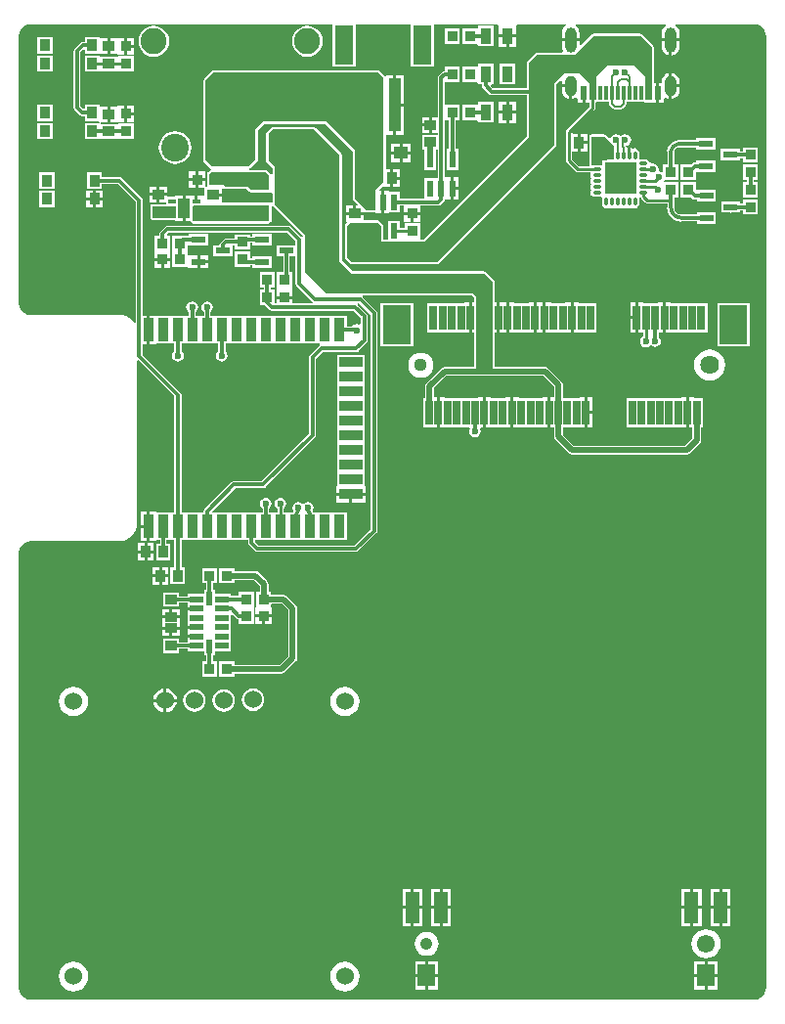
<source format=gtl>
G04*
G04 #@! TF.GenerationSoftware,Altium Limited,Altium Designer,22.0.2 (36)*
G04*
G04 Layer_Physical_Order=1*
G04 Layer_Color=255*
%FSLAX25Y25*%
%MOIN*%
G70*
G04*
G04 #@! TF.SameCoordinates,193994FF-6EAD-4761-9CDB-36F61985EFD9*
G04*
G04*
G04 #@! TF.FilePolarity,Positive*
G04*
G01*
G75*
%ADD10C,0.01000*%
%ADD11C,0.00984*%
%ADD12C,0.00787*%
%ADD54C,0.01378*%
%ADD55R,0.03543X0.03740*%
%ADD56R,0.03937X0.03347*%
%ADD57R,0.03347X0.03937*%
%ADD58R,0.05236X0.05236*%
%ADD59R,0.03543X0.07874*%
%ADD60R,0.07874X0.03543*%
%ADD61R,0.02500X0.08300*%
%ADD62R,0.09600X0.13200*%
%ADD63O,0.01102X0.03150*%
%ADD64O,0.03150X0.01102*%
%ADD65R,0.10630X0.10630*%
%ADD66R,0.03740X0.05512*%
%ADD67R,0.02559X0.01378*%
%ADD68R,0.04331X0.06693*%
%ADD69R,0.03740X0.03543*%
%ADD70R,0.04508X0.02165*%
%ADD71R,0.02165X0.04508*%
%ADD72R,0.05906X0.07480*%
%ADD73R,0.04724X0.10630*%
%ADD74R,0.02362X0.04724*%
%ADD75R,0.01181X0.04724*%
%ADD76R,0.02362X0.05512*%
%ADD77R,0.04409X0.04882*%
%ADD78R,0.04921X0.02362*%
%ADD79R,0.03543X0.03937*%
%ADD80R,0.04882X0.04409*%
%ADD81R,0.03937X0.18110*%
%ADD82R,0.06299X0.13386*%
%ADD83C,0.01181*%
%ADD84C,0.01968*%
%ADD85R,0.22736X0.22638*%
%ADD86C,0.06402*%
%ADD87C,0.04402*%
%ADD88C,0.06000*%
%ADD89C,0.09449*%
%ADD90C,0.08858*%
%ADD91C,0.04134*%
%ADD92C,0.06102*%
%ADD93O,0.03937X0.08661*%
%ADD94O,0.03937X0.07087*%
%ADD95C,0.02362*%
%ADD96C,0.02756*%
G36*
X252360Y345852D02*
X253346Y345443D01*
X254194Y344793D01*
X254844Y343946D01*
X255253Y342959D01*
X255391Y341908D01*
X255390Y341900D01*
X255390Y17605D01*
X255391Y17597D01*
X255253Y16546D01*
X254844Y15559D01*
X254194Y14712D01*
X253346Y14062D01*
X252360Y13653D01*
X251308Y13514D01*
X251301Y13516D01*
X4605D01*
X4597Y13514D01*
X3546Y13653D01*
X2559Y14062D01*
X1712Y14712D01*
X1061Y15559D01*
X653Y16546D01*
X514Y17597D01*
X516Y17605D01*
X516Y165170D01*
X516Y165669D01*
X576Y166144D01*
X653Y166728D01*
X1061Y167715D01*
X1712Y168562D01*
X2559Y169212D01*
X3546Y169621D01*
X4597Y169760D01*
X4605Y169758D01*
X34961D01*
Y169747D01*
X36116Y169861D01*
X37227Y170198D01*
X38251Y170745D01*
X39148Y171482D01*
X39885Y172379D01*
X40432Y173403D01*
X40769Y174514D01*
X40883Y175669D01*
X40872D01*
Y231183D01*
X41334Y231374D01*
X53570Y219139D01*
Y179554D01*
X47554D01*
Y179767D01*
X45282D01*
Y174829D01*
Y169893D01*
X47554D01*
Y170105D01*
X48652D01*
X48662Y170054D01*
X48670Y170042D01*
Y168849D01*
X47321D01*
Y163337D01*
X52242D01*
Y168849D01*
X50894D01*
Y170042D01*
X50902Y170054D01*
X50912Y170105D01*
X53570D01*
Y160756D01*
X52292D01*
Y155244D01*
X57213D01*
Y160756D01*
X55994D01*
Y170105D01*
X78670D01*
Y169234D01*
X78670Y169234D01*
X78755Y168808D01*
X78996Y168448D01*
X81071Y166373D01*
X81071Y166373D01*
X81431Y166132D01*
X81857Y166047D01*
X115486D01*
X115486Y166047D01*
X115911Y166132D01*
X116272Y166373D01*
X122438Y172539D01*
X122438Y172539D01*
X122679Y172899D01*
X122764Y173325D01*
X122764Y173325D01*
Y247443D01*
X122764Y247443D01*
X122679Y247868D01*
X122438Y248229D01*
X117814Y252853D01*
X117700Y252929D01*
X117851Y253429D01*
X154982D01*
X155662Y252750D01*
Y251033D01*
X155065D01*
Y245883D01*
Y240733D01*
X155662D01*
X155662Y229072D01*
X145669D01*
X145090Y228957D01*
X144599Y228629D01*
X144599Y228629D01*
X139481Y223511D01*
X139153Y223020D01*
X139038Y222441D01*
X139038Y222441D01*
Y218537D01*
X138355D01*
Y208663D01*
X141291D01*
Y208450D01*
X143041D01*
Y213600D01*
Y218750D01*
X142064D01*
Y221814D01*
X146296Y226046D01*
X157893D01*
X157893Y226046D01*
X157893Y226046D01*
X161003D01*
X161003Y226046D01*
X161004Y226046D01*
X179491D01*
X182973Y222564D01*
Y218750D01*
X181837D01*
Y213600D01*
Y208450D01*
X182973D01*
Y205376D01*
X182973Y205376D01*
X183088Y204797D01*
X183416Y204306D01*
X188005Y199717D01*
X188005Y199717D01*
X188496Y199389D01*
X189075Y199274D01*
X228445D01*
X228445Y199274D01*
X229024Y199389D01*
X229515Y199717D01*
X232800Y203003D01*
X232801Y203003D01*
X233128Y203494D01*
X233244Y204073D01*
Y208663D01*
X233768D01*
Y218537D01*
X230831D01*
Y218750D01*
X229081D01*
Y213600D01*
Y208450D01*
X230217D01*
Y204700D01*
X227818Y202301D01*
X189702D01*
X186000Y206003D01*
Y208663D01*
X191685D01*
Y208450D01*
X193435D01*
Y213600D01*
Y218750D01*
X191685D01*
Y218537D01*
X186000D01*
Y223191D01*
X186000Y223191D01*
X185884Y223770D01*
X185556Y224261D01*
X181188Y228629D01*
X180697Y228957D01*
X180118Y229072D01*
X180118Y229072D01*
X162917D01*
Y240733D01*
X163514D01*
Y245883D01*
Y251033D01*
X162917D01*
Y258102D01*
X162856Y258410D01*
X162682Y258670D01*
X162682Y258670D01*
X159859Y261493D01*
X159599Y261667D01*
X159291Y261728D01*
X114506D01*
X110645Y265588D01*
Y301476D01*
X110584Y301784D01*
X110410Y302044D01*
X101787Y310668D01*
X101526Y310842D01*
X101219Y310903D01*
X87100D01*
X87100Y310903D01*
X86793Y310842D01*
X86532Y310668D01*
X85132Y309268D01*
X84958Y309007D01*
X84897Y308700D01*
Y299500D01*
X84958Y299193D01*
X85132Y298932D01*
X87123Y296942D01*
Y294886D01*
X86623Y294764D01*
X86525Y294911D01*
X86525Y294911D01*
X85465Y295970D01*
X85205Y296144D01*
X84898Y296205D01*
X79361D01*
X79289Y296417D01*
X79277Y296705D01*
X79468Y296832D01*
X79468Y296832D01*
X81868Y299232D01*
X82042Y299493D01*
X82103Y299800D01*
Y309967D01*
X84133Y311997D01*
X105068D01*
X114397Y302667D01*
Y286600D01*
X114397Y286600D01*
X114458Y286293D01*
X114632Y286032D01*
X114632Y286032D01*
X116138Y284527D01*
X115946Y284065D01*
X115561D01*
Y281892D01*
X118030D01*
Y281982D01*
X118491Y282173D01*
X118659Y282005D01*
X118920Y281831D01*
X119041Y281807D01*
Y281785D01*
X119149D01*
X119227Y281770D01*
X122147D01*
X122569Y281573D01*
X122569Y281573D01*
X122569Y281573D01*
X124250D01*
Y285329D01*
Y289085D01*
X123627D01*
X123420Y289585D01*
X124666Y290830D01*
X125128Y290639D01*
Y290460D01*
X127301D01*
Y293429D01*
Y296397D01*
X125651D01*
Y307925D01*
X125817Y308357D01*
X126151Y308357D01*
X128285D01*
Y318412D01*
Y328467D01*
X125852D01*
X125817Y328467D01*
X125794Y328453D01*
X125317Y328319D01*
X123568Y330068D01*
X123307Y330242D01*
X123000Y330303D01*
X67100D01*
X67100Y330303D01*
X66793Y330242D01*
X66532Y330068D01*
X63732Y327268D01*
X63558Y327007D01*
X63497Y326700D01*
Y299500D01*
X63497Y299500D01*
X63558Y299193D01*
X63732Y298932D01*
X65832Y296832D01*
X66045Y296690D01*
X66055Y296557D01*
X66053Y296502D01*
X65972Y296183D01*
X65774Y296144D01*
X65513Y295970D01*
X65513Y295970D01*
X65130Y295586D01*
X64690D01*
Y294877D01*
X64675Y294799D01*
Y291059D01*
X64690Y290981D01*
Y290508D01*
X64115D01*
Y292429D01*
X61844D01*
Y290059D01*
X63828D01*
Y287493D01*
X63376Y287377D01*
X63328Y287377D01*
X61597D01*
Y285688D01*
X60597D01*
Y287377D01*
X60128D01*
Y287475D01*
X57463D01*
Y283129D01*
Y278782D01*
X59173D01*
X59174Y278777D01*
X59348Y278517D01*
X59732Y278132D01*
X59993Y277958D01*
X60300Y277897D01*
X70500D01*
X70548Y277907D01*
X76763D01*
X76811Y277897D01*
X85400D01*
X85707Y277958D01*
X85968Y278132D01*
X85968Y278132D01*
X86525Y278689D01*
X86525Y278689D01*
X86699Y278950D01*
X86760Y279257D01*
Y283972D01*
X87260Y284094D01*
X87358Y283948D01*
X87358Y283948D01*
X97375Y273931D01*
X97333Y273599D01*
X96939Y273456D01*
X96828Y273446D01*
X93404Y276869D01*
X93044Y277110D01*
X92618Y277195D01*
X92618Y277195D01*
X51181D01*
X51181Y277195D01*
X50756Y277110D01*
X50395Y276869D01*
X50395Y276869D01*
X48744Y275218D01*
X48503Y274858D01*
X48419Y274432D01*
X48419Y274432D01*
Y273922D01*
X46971D01*
Y268734D01*
X46759D01*
Y266364D01*
X49531D01*
X52302D01*
Y268734D01*
X52090D01*
Y273922D01*
X51300D01*
X51093Y274422D01*
X51642Y274971D01*
X92158D01*
X94951Y272177D01*
Y270697D01*
X88516D01*
Y266760D01*
X90652D01*
Y261486D01*
X88608D01*
Y256171D01*
X88608D01*
X88541Y255699D01*
X88395D01*
Y253329D01*
X91167D01*
X93938D01*
Y255699D01*
X93792D01*
X93726Y256171D01*
X93726D01*
Y261486D01*
X92876D01*
Y266760D01*
X94951D01*
Y257579D01*
X94951Y257579D01*
X95036Y257153D01*
X95277Y256792D01*
X100788Y251281D01*
X100788Y251281D01*
X100879Y251220D01*
X100727Y250720D01*
X93938D01*
Y252329D01*
X91167D01*
X88395D01*
Y250720D01*
X87820D01*
Y255486D01*
X86473D01*
Y256171D01*
X87820D01*
Y261486D01*
X82702D01*
Y256171D01*
X84049D01*
Y255486D01*
X82702D01*
Y250171D01*
X84532D01*
X86052Y248651D01*
X86445Y248388D01*
X86910Y248296D01*
X114754D01*
X117133Y245917D01*
Y243700D01*
X116633Y243433D01*
X116455Y243551D01*
X115687Y243704D01*
X114919Y243551D01*
X114268Y243116D01*
X114171Y242971D01*
X112341D01*
Y246483D01*
X65876D01*
Y247883D01*
X66183Y248089D01*
X66618Y248740D01*
X66771Y249508D01*
X66618Y250276D01*
X66183Y250927D01*
X65532Y251362D01*
X64764Y251515D01*
X63996Y251362D01*
X63345Y250927D01*
X62910Y250276D01*
X62757Y249508D01*
X62910Y248740D01*
X63345Y248089D01*
X63652Y247883D01*
Y246483D01*
X60758D01*
Y247883D01*
X61065Y248089D01*
X61500Y248740D01*
X61653Y249508D01*
X61500Y250276D01*
X61065Y250927D01*
X60414Y251362D01*
X59646Y251515D01*
X58878Y251362D01*
X58227Y250927D01*
X57791Y250276D01*
X57639Y249508D01*
X57791Y248740D01*
X58227Y248089D01*
X58534Y247883D01*
Y246483D01*
X47554D01*
Y246696D01*
X45282D01*
Y241759D01*
Y236822D01*
X47554D01*
Y237034D01*
X53570D01*
Y234503D01*
X53404Y234392D01*
X52969Y233740D01*
X52816Y232972D01*
X52969Y232204D01*
X53404Y231553D01*
X54055Y231118D01*
X54823Y230965D01*
X55591Y231118D01*
X56242Y231553D01*
X56677Y232204D01*
X56830Y232972D01*
X56677Y233740D01*
X56242Y234392D01*
X55994Y234557D01*
Y237034D01*
X68571D01*
Y234530D01*
X68364Y234392D01*
X67929Y233740D01*
X67776Y232972D01*
X67929Y232204D01*
X68364Y231553D01*
X69015Y231118D01*
X69784Y230965D01*
X70552Y231118D01*
X71203Y231553D01*
X71638Y232204D01*
X71790Y232972D01*
X71638Y233740D01*
X71203Y234392D01*
X70996Y234530D01*
Y237034D01*
X103019D01*
X103254Y236571D01*
X103248Y236534D01*
X102883Y236290D01*
X99832Y233239D01*
X99569Y232846D01*
X99477Y232382D01*
Y206408D01*
X83356Y190287D01*
X73917D01*
X73453Y190195D01*
X73060Y189932D01*
X63925Y180797D01*
X63662Y180403D01*
X63570Y179939D01*
Y179554D01*
X55994D01*
Y219641D01*
X55902Y220105D01*
X55639Y220498D01*
X42846Y233291D01*
Y236822D01*
X44282D01*
Y241759D01*
Y246696D01*
X42846D01*
Y285925D01*
X42754Y286389D01*
X42491Y286782D01*
X42491Y286782D01*
X35738Y293536D01*
X35345Y293798D01*
X34881Y293891D01*
X28891D01*
Y295434D01*
X23773D01*
Y289922D01*
X28891D01*
Y291466D01*
X34379D01*
X40422Y285423D01*
Y244279D01*
X39937Y244158D01*
X39885Y244255D01*
X39148Y245152D01*
X38251Y245889D01*
X37227Y246436D01*
X36116Y246773D01*
X34961Y246887D01*
Y246876D01*
X4605D01*
X4597Y246874D01*
X3546Y247013D01*
X2559Y247421D01*
X1712Y248072D01*
X1061Y248919D01*
X653Y249906D01*
X514Y250957D01*
X516Y250965D01*
Y341400D01*
X516Y341900D01*
X576Y342375D01*
X653Y342959D01*
X1061Y343946D01*
X1712Y344793D01*
X2559Y345443D01*
X3546Y345852D01*
X4597Y345990D01*
X4605Y345989D01*
X107525D01*
Y331404D01*
X115399D01*
Y345989D01*
X134297D01*
Y331404D01*
X142171D01*
Y345989D01*
X163930D01*
X164300Y345673D01*
X164300Y345489D01*
Y342417D01*
X167170D01*
X170040D01*
Y345489D01*
X170040Y345673D01*
X170409Y345989D01*
X186974D01*
X187124Y345489D01*
X186628Y345108D01*
X186152Y344488D01*
X185853Y343766D01*
X185751Y342991D01*
Y341129D01*
X188745D01*
X191739D01*
Y342991D01*
X191637Y343766D01*
X191338Y344488D01*
X190862Y345108D01*
X190366Y345489D01*
X190516Y345989D01*
X220990D01*
X221140Y345489D01*
X220644Y345108D01*
X220168Y344488D01*
X219869Y343766D01*
X219767Y342991D01*
Y341129D01*
X222761D01*
X225755D01*
Y342991D01*
X225653Y343766D01*
X225354Y344488D01*
X224878Y345108D01*
X224382Y345489D01*
X224532Y345989D01*
X251301D01*
X251308Y345990D01*
X252360Y345852D01*
D02*
G37*
G36*
X85957Y294343D02*
Y289448D01*
X79652D01*
X78579Y290521D01*
X70963Y290521D01*
X70425Y291059D01*
X65478D01*
Y294799D01*
X66081Y295402D01*
X84898D01*
X85957Y294343D01*
D02*
G37*
G36*
X70395Y289953D02*
X70395Y289953D01*
X70656Y289779D01*
X70963Y289718D01*
X78247Y289718D01*
X79085Y288880D01*
X79085Y288880D01*
X79345Y288706D01*
X79652Y288645D01*
X85957D01*
X86035Y288660D01*
X86623D01*
X86744Y288660D01*
X87123Y288366D01*
Y285371D01*
X86744Y285078D01*
X86623Y285078D01*
X86035D01*
X85957Y285093D01*
X70237D01*
X69765Y285161D01*
X69765Y285593D01*
Y287334D01*
X66796D01*
Y288334D01*
X69765D01*
Y289876D01*
X70265Y290083D01*
X70395Y289953D01*
D02*
G37*
G36*
X124848Y327652D02*
Y292148D01*
X122200Y289500D01*
Y282582D01*
X122191Y282573D01*
X119227D01*
X115200Y286600D01*
Y303000D01*
X105400Y312800D01*
X83800D01*
X81300Y310300D01*
Y299800D01*
X78900Y297400D01*
X66400D01*
X64300Y299500D01*
Y326700D01*
X67100Y329500D01*
X123000D01*
X124848Y327652D01*
D02*
G37*
G36*
X85957Y279257D02*
X85400Y278700D01*
X76811D01*
X76801Y278710D01*
X70509D01*
X70500Y278700D01*
X60300D01*
X59915Y279085D01*
Y283916D01*
X60211Y284211D01*
X63163D01*
Y284290D01*
X85957D01*
Y279257D01*
D02*
G37*
G36*
X109843Y301476D02*
Y265256D01*
X114173Y260925D01*
X159291D01*
X162114Y258102D01*
Y250821D01*
X161977D01*
Y240946D01*
X162114D01*
Y227559D01*
X156465D01*
X156465Y240946D01*
X156603D01*
Y250821D01*
X156465D01*
Y253083D01*
X155315Y254232D01*
X105413D01*
X98228Y261417D01*
Y274213D01*
X87926Y284515D01*
Y297274D01*
X85700Y299500D01*
Y308700D01*
X87100Y310100D01*
X101219D01*
X109843Y301476D01*
D02*
G37*
G36*
X120540Y246982D02*
Y173785D01*
X115025Y168271D01*
X82317D01*
X80983Y169605D01*
X81109Y170105D01*
X112341D01*
Y179554D01*
X100855D01*
X100809Y179783D01*
X100648Y180024D01*
X100854Y180332D01*
X101007Y181100D01*
X100854Y181868D01*
X100419Y182519D01*
X99768Y182954D01*
X99000Y183107D01*
X98232Y182954D01*
X97781Y182653D01*
X97425Y182560D01*
X97069Y182653D01*
X96618Y182954D01*
X95850Y183107D01*
X95082Y182954D01*
X94431Y182519D01*
X93996Y181868D01*
X93843Y181100D01*
X93996Y180332D01*
X94160Y180087D01*
X94061Y179988D01*
X93840Y179657D01*
X93819Y179554D01*
X90767D01*
Y180922D01*
X91167Y181189D01*
X91602Y181840D01*
X91755Y182608D01*
X91602Y183376D01*
X91167Y184027D01*
X90516Y184462D01*
X89747Y184615D01*
X88979Y184462D01*
X88328Y184027D01*
X87893Y183376D01*
X87740Y182608D01*
X87893Y181840D01*
X88328Y181189D01*
X88728Y180922D01*
Y179554D01*
X85894D01*
Y180983D01*
X86201Y181189D01*
X86636Y181840D01*
X86789Y182608D01*
X86636Y183376D01*
X86201Y184027D01*
X85550Y184462D01*
X84782Y184615D01*
X84014Y184462D01*
X83363Y184027D01*
X82928Y183376D01*
X82775Y182608D01*
X82928Y181840D01*
X83363Y181189D01*
X83670Y180983D01*
Y179554D01*
X66764D01*
X66573Y180016D01*
X74419Y187863D01*
X83858D01*
X84322Y187955D01*
X84715Y188218D01*
X101546Y205048D01*
X101809Y205442D01*
X101901Y205906D01*
X101901Y205906D01*
Y231880D01*
X104242Y234221D01*
X115551D01*
X116015Y234313D01*
X116408Y234576D01*
X119202Y237370D01*
X119202Y237370D01*
X119465Y237763D01*
X119557Y238227D01*
Y246419D01*
X119465Y246883D01*
X119202Y247276D01*
X116113Y250365D01*
X116064Y250398D01*
X116212Y250880D01*
X116597Y250925D01*
X120540Y246982D01*
D02*
G37*
%LPC*%
G36*
X36561Y341156D02*
X34191D01*
Y341058D01*
X31761D01*
Y338385D01*
Y335712D01*
X34191D01*
Y335613D01*
X36561D01*
Y338385D01*
Y341156D01*
D02*
G37*
G36*
X150967Y344575D02*
X145849D01*
Y339260D01*
X150967D01*
Y344575D01*
D02*
G37*
G36*
X39931Y341156D02*
X37561D01*
Y338885D01*
X39931D01*
Y341156D01*
D02*
G37*
G36*
X196428Y342703D02*
X196120Y342642D01*
X195860Y342468D01*
X192201Y338809D01*
X191739Y339000D01*
Y340129D01*
X188745D01*
X185751D01*
Y338267D01*
X185853Y337492D01*
X186125Y336834D01*
X185934Y336334D01*
X177362D01*
X177055Y336273D01*
X176795Y336099D01*
X176795Y336099D01*
X174039Y333343D01*
X174039Y333343D01*
X173865Y333083D01*
X173803Y332776D01*
Y324244D01*
X162215D01*
X161547Y324912D01*
X161738Y325374D01*
X162347D01*
Y332461D01*
X157032D01*
Y332009D01*
X156873Y331575D01*
X156532Y331575D01*
X151755D01*
Y326260D01*
X156873Y326260D01*
X157032Y325826D01*
Y325374D01*
X158477D01*
Y325055D01*
X158569Y324591D01*
X158832Y324198D01*
X160855Y322174D01*
X161249Y321912D01*
X161713Y321819D01*
X161713Y321819D01*
X173803D01*
Y307911D01*
X138545Y272653D01*
X137705D01*
X137319Y272927D01*
Y278045D01*
X132004D01*
Y276506D01*
X130458D01*
Y279030D01*
X126521D01*
Y272653D01*
X124819D01*
Y277239D01*
X124819Y277239D01*
X124758Y277547D01*
X124583Y277807D01*
X123581Y278810D01*
X123320Y278984D01*
X123013Y279045D01*
X118030D01*
Y280892D01*
X115061D01*
X112093D01*
Y278718D01*
X112187D01*
X112379Y278257D01*
X111932Y277810D01*
X111758Y277550D01*
X111697Y277242D01*
Y266634D01*
X111697Y266634D01*
X111758Y266327D01*
X111932Y266066D01*
X111932Y266066D01*
X113704Y264295D01*
X113704Y264295D01*
X113964Y264121D01*
X114272Y264059D01*
X143132D01*
X143439Y264121D01*
X143699Y264295D01*
X183639Y304234D01*
X183813Y304494D01*
X183874Y304801D01*
Y325455D01*
X185302Y326884D01*
X185776Y326650D01*
X185750Y326456D01*
Y325381D01*
X188745D01*
Y324881D01*
X189245D01*
Y320378D01*
X189520Y320414D01*
X190242Y320713D01*
X190473Y320890D01*
X190973Y320644D01*
Y319157D01*
X192654D01*
Y322519D01*
X193654D01*
Y319157D01*
X194975D01*
Y317677D01*
X187370Y310071D01*
X187149Y309741D01*
X187071Y309350D01*
Y299506D01*
X187149Y299116D01*
X187370Y298785D01*
X190469Y295686D01*
X190800Y295465D01*
X191190Y295387D01*
X195366D01*
X195400Y295324D01*
X195580Y294887D01*
X195491Y294438D01*
X195595Y293916D01*
X195630Y293863D01*
X195890Y293435D01*
X195594Y292992D01*
X195490Y292470D01*
X195594Y291948D01*
X195890Y291505D01*
X195635Y291084D01*
X195595Y291023D01*
X195491Y290501D01*
X195595Y289979D01*
X195890Y289536D01*
X195630Y289108D01*
X195594Y289055D01*
X195490Y288533D01*
X195594Y288011D01*
X195890Y287568D01*
X196333Y287272D01*
X196855Y287168D01*
X198902D01*
X199075Y287202D01*
X199438Y286847D01*
X199473Y286640D01*
X199466Y286604D01*
Y284557D01*
X199570Y284035D01*
X199866Y283592D01*
X200309Y283296D01*
X200831Y283192D01*
X201353Y283296D01*
X201406Y283332D01*
X201815Y283581D01*
X202223Y283332D01*
X202276Y283296D01*
X202799Y283192D01*
X203321Y283296D01*
X203375Y283332D01*
X203783Y283580D01*
X204192Y283332D01*
X204246Y283296D01*
X204768Y283192D01*
X205290Y283296D01*
X205733Y283592D01*
X205770D01*
X206213Y283296D01*
X206735Y283192D01*
X207258Y283296D01*
X207312Y283332D01*
X207720Y283580D01*
X208128Y283332D01*
X208183Y283296D01*
X208705Y283192D01*
X209227Y283296D01*
X209259Y283317D01*
X209673Y283590D01*
X210088Y283317D01*
X210120Y283296D01*
X210642Y283192D01*
X211164Y283296D01*
X211607Y283592D01*
X211903Y284035D01*
X212007Y284557D01*
Y286470D01*
X212282Y286756D01*
X212493Y286843D01*
X212679Y286786D01*
X212692Y286720D01*
X212911Y286392D01*
X213989Y285314D01*
X214318Y285094D01*
X214705Y285017D01*
X221649D01*
Y283629D01*
X221630D01*
X221798Y282349D01*
X222292Y281157D01*
X223078Y280133D01*
X224102Y279347D01*
X225294Y278853D01*
X226574Y278685D01*
Y278704D01*
X231736D01*
Y277948D01*
X238232D01*
Y281885D01*
X231736D01*
Y281128D01*
X226574D01*
X226519Y281118D01*
X225608Y281299D01*
X224790Y281845D01*
X224244Y282664D01*
X224062Y283574D01*
X224073Y283629D01*
Y287017D01*
X225519D01*
Y292135D01*
X220743D01*
X220492Y292597D01*
X220696Y292922D01*
X225519D01*
Y298041D01*
X224073D01*
Y302429D01*
X224072Y302435D01*
X224187Y303014D01*
X224518Y303510D01*
X225014Y303841D01*
X225593Y303956D01*
X225600Y303955D01*
X231629D01*
Y303199D01*
X238125D01*
Y307136D01*
X231629D01*
Y306380D01*
X225600D01*
Y306390D01*
X224574Y306255D01*
X223619Y305859D01*
X222798Y305230D01*
X222169Y304410D01*
X221773Y303454D01*
X221638Y302429D01*
X221649D01*
Y298041D01*
X220204D01*
Y295680D01*
X219704Y295413D01*
X219449Y295583D01*
X219068Y295659D01*
X218690Y296209D01*
X218734Y296429D01*
X218582Y297197D01*
X218146Y297848D01*
X217495Y298283D01*
X216727Y298436D01*
X216489Y298389D01*
X215933Y298788D01*
X215912Y298897D01*
X215616Y299340D01*
X215173Y299636D01*
X214651Y299740D01*
X212603D01*
X212519Y299723D01*
X212398Y299734D01*
X212026Y300106D01*
X212029Y300265D01*
X212037Y300305D01*
Y302352D01*
X211933Y302875D01*
X211638Y303317D01*
X211195Y303613D01*
X210672Y303717D01*
X210150Y303613D01*
X209858Y303418D01*
X209823Y303471D01*
X209310Y303814D01*
X209205Y303835D01*
Y301329D01*
X208205D01*
Y303835D01*
X208100Y303814D01*
X208057Y303785D01*
X207557Y304052D01*
Y304111D01*
X207530Y304245D01*
Y304539D01*
X208068Y304646D01*
X208719Y305081D01*
X209154Y305732D01*
X209307Y306500D01*
X209154Y307268D01*
X208719Y307919D01*
X208068Y308354D01*
X207300Y308507D01*
X206532Y308354D01*
X206081Y308053D01*
X205725Y307960D01*
X205369Y308053D01*
X204919Y308354D01*
X204150Y308507D01*
X203382Y308354D01*
X202731Y307919D01*
X202331Y307320D01*
X202150Y307224D01*
X201820Y307124D01*
X200794Y308150D01*
X200534Y308324D01*
X200226Y308385D01*
X195866D01*
X195769Y308366D01*
X195079D01*
Y307660D01*
X195063Y307583D01*
X195063Y298203D01*
X195118Y297926D01*
X195118Y297880D01*
X195056Y297710D01*
X194837Y297426D01*
X191613D01*
X189110Y299929D01*
Y302642D01*
X191134D01*
Y305610D01*
Y308579D01*
X189468D01*
X189261Y309079D01*
X196715Y316533D01*
X196937Y316864D01*
X197014Y317254D01*
Y319354D01*
X197485D01*
X197562Y319369D01*
X201889D01*
Y318900D01*
X201958Y318551D01*
X202155Y318256D01*
X203118Y317293D01*
X203414Y317095D01*
X203763Y317026D01*
X205805D01*
X206154Y317095D01*
X206449Y317293D01*
X207381Y318225D01*
X207579Y318520D01*
X207648Y318869D01*
Y319369D01*
X213943D01*
X214020Y319354D01*
X216170D01*
Y319157D01*
X217851D01*
Y322519D01*
Y325881D01*
X217185D01*
X217185Y338047D01*
X217185Y338047D01*
X217124Y338354D01*
X216950Y338614D01*
X216950Y338615D01*
X213097Y342468D01*
X212836Y342642D01*
X212529Y342703D01*
X196428D01*
X196428Y342703D01*
D02*
G37*
G36*
X162347Y345461D02*
X157032D01*
Y345009D01*
X156873Y344575D01*
X151755D01*
Y339260D01*
X156873D01*
X157032Y338826D01*
Y338374D01*
X162347D01*
Y345461D01*
D02*
G37*
G36*
X170040Y341417D02*
X167670D01*
Y338161D01*
X170040D01*
Y341417D01*
D02*
G37*
G36*
X166670D02*
X164300D01*
Y338161D01*
X166670D01*
Y341417D01*
D02*
G37*
G36*
X12049Y341534D02*
X6931D01*
Y336022D01*
X12049D01*
Y341534D01*
D02*
G37*
G36*
X28191D02*
X23073D01*
Y339890D01*
X22378D01*
X21953Y339806D01*
X21592Y339565D01*
X21592Y339565D01*
X19614Y337586D01*
X19373Y337226D01*
X19288Y336800D01*
X19288Y336800D01*
Y317657D01*
X19288Y317657D01*
X19373Y317231D01*
X19614Y316870D01*
X21492Y314992D01*
X21853Y314751D01*
X22278Y314666D01*
X22278Y314667D01*
X23073D01*
Y313022D01*
X27876Y313022D01*
X28178Y312674D01*
X28220Y312520D01*
X28032Y312286D01*
X27796Y312240D01*
X27726Y312235D01*
X23073D01*
Y306723D01*
X28191D01*
Y306723D01*
X28505Y306917D01*
X34017D01*
Y306917D01*
X34404D01*
Y306917D01*
X39718D01*
Y312035D01*
X34404D01*
Y312035D01*
X34017Y311838D01*
X28514D01*
X28325Y312067D01*
X28271Y312307D01*
X28271Y312334D01*
X28456Y312563D01*
X28703Y312606D01*
X28758Y312610D01*
X30761D01*
Y315283D01*
Y317956D01*
X28293Y317956D01*
X28191Y318414D01*
Y318534D01*
X23073D01*
Y317264D01*
X22573Y317056D01*
X21512Y318117D01*
Y336339D01*
X22573Y337400D01*
X23073Y337193D01*
Y336022D01*
X27921Y336022D01*
X28293Y335711D01*
X28562Y335712D01*
X30761D01*
Y338385D01*
Y341058D01*
X28293Y341058D01*
X28191Y341516D01*
Y341534D01*
D02*
G37*
G36*
X39931Y337885D02*
X37561D01*
Y335613D01*
X39931D01*
Y337885D01*
D02*
G37*
G36*
X222261Y340129D02*
X219767D01*
Y338267D01*
X219869Y337492D01*
X220168Y336770D01*
X220644Y336149D01*
X221264Y335674D01*
X221986Y335374D01*
X222261Y335338D01*
Y340129D01*
D02*
G37*
G36*
X225755D02*
X223261D01*
Y335338D01*
X223536Y335374D01*
X224258Y335674D01*
X224878Y336149D01*
X225354Y336770D01*
X225653Y337492D01*
X225755Y338267D01*
Y340129D01*
D02*
G37*
G36*
X98940Y345375D02*
X97578Y345196D01*
X96309Y344670D01*
X95219Y343834D01*
X94383Y342745D01*
X93858Y341476D01*
X93678Y340114D01*
X93858Y338752D01*
X94383Y337483D01*
X95219Y336393D01*
X96309Y335557D01*
X97578Y335032D01*
X98940Y334852D01*
X100302Y335032D01*
X101571Y335557D01*
X102660Y336393D01*
X103496Y337483D01*
X104022Y338752D01*
X104201Y340114D01*
X104022Y341476D01*
X103496Y342745D01*
X102660Y343834D01*
X101571Y344670D01*
X100302Y345196D01*
X98940Y345375D01*
D02*
G37*
G36*
X46578D02*
X45216Y345196D01*
X43947Y344670D01*
X42857Y343834D01*
X42021Y342745D01*
X41495Y341476D01*
X41316Y340114D01*
X41495Y338752D01*
X42021Y337483D01*
X42857Y336393D01*
X43947Y335557D01*
X45216Y335032D01*
X46578Y334852D01*
X47939Y335032D01*
X49208Y335557D01*
X50298Y336393D01*
X51134Y337483D01*
X51660Y338752D01*
X51839Y340114D01*
X51660Y341476D01*
X51134Y342745D01*
X50298Y343834D01*
X49208Y344670D01*
X47939Y345196D01*
X46578Y345375D01*
D02*
G37*
G36*
X28191Y335235D02*
Y335235D01*
X23073D01*
Y329723D01*
X28191D01*
Y329723D01*
X28505Y330018D01*
X34017D01*
X34017Y330018D01*
X34404Y329920D01*
X34404Y329920D01*
X34476Y329920D01*
X39718D01*
Y335038D01*
X34476D01*
X34404Y335038D01*
X34404Y335038D01*
X34017Y334940D01*
X34017Y334940D01*
X28505D01*
X28191Y335235D01*
D02*
G37*
G36*
X12049Y335235D02*
X6931D01*
Y329723D01*
X12049D01*
Y335235D01*
D02*
G37*
G36*
X223261Y329384D02*
Y325381D01*
X225755D01*
Y326456D01*
X225653Y327231D01*
X225354Y327953D01*
X224878Y328573D01*
X224258Y329048D01*
X223536Y329348D01*
X223261Y329384D01*
D02*
G37*
G36*
X169827Y332461D02*
X164512D01*
Y325374D01*
X169827D01*
Y332461D01*
D02*
G37*
G36*
X222261Y329384D02*
X221986Y329348D01*
X221264Y329048D01*
X220644Y328573D01*
X220168Y327953D01*
X219869Y327231D01*
X219767Y326456D01*
Y325881D01*
X218851D01*
Y322519D01*
Y319157D01*
X220532D01*
Y320644D01*
X221032Y320891D01*
X221264Y320713D01*
X221986Y320414D01*
X222261Y320378D01*
Y324881D01*
Y329384D01*
D02*
G37*
G36*
X188245Y324381D02*
X185750D01*
Y323306D01*
X185853Y322531D01*
X186152Y321809D01*
X186627Y321189D01*
X187248Y320713D01*
X187970Y320414D01*
X188245Y320378D01*
Y324381D01*
D02*
G37*
G36*
X225755D02*
X223261D01*
Y320378D01*
X223536Y320414D01*
X224258Y320713D01*
X224878Y321189D01*
X225354Y321809D01*
X225653Y322531D01*
X225755Y323306D01*
Y324381D01*
D02*
G37*
G36*
X129285Y328467D02*
Y318912D01*
X131754D01*
Y328467D01*
X129285D01*
D02*
G37*
G36*
X36561Y318153D02*
X34191D01*
Y317956D01*
X31761D01*
Y315283D01*
Y312610D01*
X36561D01*
Y315382D01*
Y318153D01*
D02*
G37*
G36*
X170040Y319673D02*
X167670D01*
Y316417D01*
X170040D01*
Y319673D01*
D02*
G37*
G36*
X166670D02*
X164300D01*
Y316417D01*
X166670D01*
Y319673D01*
D02*
G37*
G36*
X39931Y318153D02*
X37561D01*
Y315881D01*
X39931D01*
Y318153D01*
D02*
G37*
G36*
X12049Y318534D02*
X6931D01*
Y313022D01*
X12049D01*
Y318534D01*
D02*
G37*
G36*
X39931Y314881D02*
X37561D01*
Y312610D01*
X39931D01*
Y314881D01*
D02*
G37*
G36*
X162347Y319461D02*
X157032D01*
Y319009D01*
X156873Y318575D01*
X151755D01*
Y313260D01*
X156873D01*
X157032Y312826D01*
Y312374D01*
X162347D01*
Y319461D01*
D02*
G37*
G36*
X140461Y314355D02*
X137993D01*
Y312181D01*
X140461D01*
Y314355D01*
D02*
G37*
G36*
X170040Y315417D02*
X167670D01*
Y312161D01*
X170040D01*
Y315417D01*
D02*
G37*
G36*
X166670D02*
X164300D01*
Y312161D01*
X166670D01*
Y315417D01*
D02*
G37*
G36*
X140461Y311181D02*
X137993D01*
Y309008D01*
X140461D01*
Y311181D01*
D02*
G37*
G36*
X131754Y317912D02*
X129285D01*
Y308357D01*
X131754D01*
Y317912D01*
D02*
G37*
G36*
X12049Y312235D02*
X6931D01*
Y306723D01*
X12049D01*
Y312235D01*
D02*
G37*
G36*
X194307Y308579D02*
X192134D01*
Y306110D01*
X194307D01*
Y308579D01*
D02*
G37*
G36*
Y305110D02*
X192134D01*
Y302642D01*
X194307D01*
Y305110D01*
D02*
G37*
G36*
X134293Y305333D02*
X131352D01*
Y302629D01*
X134293D01*
Y305333D01*
D02*
G37*
G36*
X130352D02*
X127411D01*
Y302629D01*
X130352D01*
Y305333D01*
D02*
G37*
G36*
X252634Y303967D02*
X247319D01*
Y302620D01*
X246393D01*
Y303376D01*
X243338D01*
X243144Y303415D01*
X242951Y303376D01*
X239896D01*
Y299439D01*
X242951D01*
X243144Y299400D01*
X243338Y299439D01*
X246393D01*
Y300195D01*
X247319D01*
Y298849D01*
X252634D01*
Y303967D01*
D02*
G37*
G36*
X134293Y301629D02*
X131352D01*
Y298924D01*
X134293D01*
Y301629D01*
D02*
G37*
G36*
X130352D02*
X127411D01*
Y298924D01*
X130352D01*
Y301629D01*
D02*
G37*
G36*
X238125Y299616D02*
X231629D01*
Y298860D01*
X231027D01*
X231027Y298860D01*
X230563Y298768D01*
X230170Y298505D01*
X229706Y298041D01*
X226204D01*
Y292922D01*
X231519D01*
Y295225D01*
X231629Y295679D01*
X238125D01*
Y299616D01*
D02*
G37*
G36*
X53861Y309453D02*
X52422Y309263D01*
X51081Y308708D01*
X49930Y307824D01*
X49046Y306673D01*
X48491Y305332D01*
X48302Y303893D01*
X48491Y302454D01*
X49046Y301114D01*
X49930Y299962D01*
X51081Y299079D01*
X52422Y298523D01*
X53861Y298334D01*
X55300Y298523D01*
X56641Y299079D01*
X57792Y299962D01*
X58676Y301114D01*
X59231Y302454D01*
X59420Y303893D01*
X59231Y305332D01*
X58676Y306673D01*
X57792Y307824D01*
X56641Y308708D01*
X55300Y309263D01*
X53861Y309453D01*
D02*
G37*
G36*
X150967Y331575D02*
X145849D01*
Y330510D01*
X145800Y330029D01*
X145375Y329944D01*
X145014Y329703D01*
X143835Y328524D01*
X143594Y328164D01*
X143509Y327738D01*
X143509Y327738D01*
Y314355D01*
X141461D01*
Y311682D01*
Y309008D01*
X143509D01*
Y308237D01*
X138205D01*
Y303315D01*
X138912D01*
Y296328D01*
X142849D01*
Y303315D01*
X143509D01*
Y293572D01*
X138912D01*
Y286486D01*
X138431Y286441D01*
X130458D01*
Y288872D01*
X126931D01*
Y289085D01*
X125250D01*
Y285329D01*
Y281573D01*
X126931D01*
Y281785D01*
X130458D01*
Y284217D01*
X131313D01*
X131791Y284163D01*
X131791Y283717D01*
Y281892D01*
X134661D01*
X137531D01*
X137531Y284163D01*
X138009Y284217D01*
X143617D01*
X143617Y284217D01*
X144043Y284301D01*
X144404Y284542D01*
X145407Y285546D01*
X145407Y285546D01*
X145648Y285907D01*
X145708Y286206D01*
X146180Y286273D01*
X146192Y286273D01*
X147861D01*
Y290029D01*
Y293785D01*
X146180D01*
Y293785D01*
X145733Y293912D01*
Y312808D01*
X145849Y313260D01*
X146233Y313260D01*
X147296D01*
Y303415D01*
X146393D01*
Y296328D01*
X150330D01*
Y303415D01*
X149520D01*
Y313260D01*
X150967D01*
Y318575D01*
X145849Y318575D01*
X145733Y319026D01*
Y325808D01*
X145849Y326260D01*
X150967D01*
Y331575D01*
D02*
G37*
G36*
X130474Y296397D02*
X128301D01*
Y293929D01*
X130474D01*
Y296397D01*
D02*
G37*
G36*
X64115Y295799D02*
X61844D01*
Y293429D01*
X64115D01*
Y295799D01*
D02*
G37*
G36*
X60844D02*
X58572D01*
Y293429D01*
X60844D01*
Y295799D01*
D02*
G37*
G36*
X150542Y293785D02*
X148861D01*
Y290529D01*
X150542D01*
Y293785D01*
D02*
G37*
G36*
X130474Y292929D02*
X128301D01*
Y290460D01*
X130474D01*
Y292929D01*
D02*
G37*
G36*
X60844Y292429D02*
X58572D01*
Y290059D01*
X60844D01*
Y292429D01*
D02*
G37*
G36*
X12749Y295434D02*
X7631D01*
Y289922D01*
X12749D01*
Y295434D01*
D02*
G37*
G36*
X51065Y290614D02*
X48597D01*
Y288441D01*
X51065D01*
Y290614D01*
D02*
G37*
G36*
X47596D02*
X45128D01*
Y288441D01*
X47596D01*
Y290614D01*
D02*
G37*
G36*
X56463Y287475D02*
X53797D01*
Y287164D01*
X51065D01*
Y287441D01*
X48597D01*
Y285267D01*
X50762D01*
Y284621D01*
X46237D01*
X45930Y284559D01*
X45835Y284496D01*
X45341D01*
Y283786D01*
X45325Y283708D01*
Y280362D01*
X45341Y280284D01*
Y279574D01*
X45780D01*
X46041Y279313D01*
X46302Y279139D01*
X46609Y279078D01*
X53797D01*
Y278782D01*
X56463D01*
Y283129D01*
Y287475D01*
D02*
G37*
G36*
X252634Y298061D02*
X247319D01*
Y292943D01*
X248865D01*
Y292141D01*
X247319D01*
Y287022D01*
X252634D01*
Y292141D01*
X251089D01*
Y292943D01*
X252634D01*
Y298061D01*
D02*
G37*
G36*
X29104Y289348D02*
X26832D01*
Y286879D01*
X29104D01*
Y289348D01*
D02*
G37*
G36*
X25832D02*
X23560D01*
Y286879D01*
X25832D01*
Y289348D01*
D02*
G37*
G36*
X150542Y289529D02*
X148861D01*
Y286273D01*
X150542D01*
Y289529D01*
D02*
G37*
G36*
X231519Y292135D02*
X226204D01*
Y287017D01*
X229706D01*
X230144Y286579D01*
X230144Y286579D01*
X230537Y286316D01*
X231001Y286224D01*
X231001Y286224D01*
X231736D01*
Y285467D01*
X238232D01*
Y289404D01*
X231736D01*
X231519Y289814D01*
Y292135D01*
D02*
G37*
G36*
X47596Y287441D02*
X45128D01*
Y285267D01*
X47596D01*
Y287441D01*
D02*
G37*
G36*
X252634Y286235D02*
X247319D01*
Y284888D01*
X246500D01*
Y285645D01*
X243445D01*
X243252Y285683D01*
X243058Y285645D01*
X240004D01*
Y281708D01*
X243058D01*
X243252Y281669D01*
X243445Y281708D01*
X246500D01*
Y282464D01*
X247319D01*
Y281117D01*
X252634D01*
Y286235D01*
D02*
G37*
G36*
X12749Y289135D02*
X7631D01*
Y283623D01*
X12749D01*
Y289135D01*
D02*
G37*
G36*
X29104Y285879D02*
X26832D01*
Y283411D01*
X29104D01*
Y285879D01*
D02*
G37*
G36*
X25832D02*
X23560D01*
Y283411D01*
X25832D01*
Y285879D01*
D02*
G37*
G36*
X114561Y284065D02*
X112093D01*
Y281892D01*
X114561D01*
Y284065D01*
D02*
G37*
G36*
X137531Y280892D02*
X135161D01*
Y278620D01*
X137531D01*
Y280892D01*
D02*
G37*
G36*
X134161D02*
X131791D01*
Y278620D01*
X134161D01*
Y280892D01*
D02*
G37*
G36*
X86744Y274457D02*
X80248D01*
Y273601D01*
X79552D01*
Y274329D01*
X74237D01*
Y272912D01*
X71100D01*
X70675Y272827D01*
X70314Y272586D01*
X70314Y272586D01*
X69312Y271585D01*
X69071Y271224D01*
X68986Y270798D01*
X68498Y270697D01*
X66850D01*
Y266760D01*
X73346D01*
Y270688D01*
X74237D01*
Y269211D01*
X79552D01*
Y271377D01*
X80248D01*
Y270520D01*
X86744D01*
Y274457D01*
D02*
G37*
G36*
X65079D02*
X58583D01*
Y273601D01*
X57995D01*
Y273922D01*
X52877D01*
Y268607D01*
X52877D01*
Y268522D01*
X52877D01*
Y263207D01*
X57870D01*
X57995Y263207D01*
X58370Y262905D01*
Y262788D01*
X61331D01*
Y264969D01*
Y267150D01*
X58495D01*
X58370Y267150D01*
X57995Y267452D01*
Y268522D01*
X57995D01*
Y268607D01*
X57995D01*
Y271377D01*
X58583D01*
Y270520D01*
X65079D01*
Y274457D01*
D02*
G37*
G36*
X62331Y267150D02*
Y265469D01*
X65291D01*
Y267150D01*
X62331D01*
D02*
G37*
G36*
X52302Y265364D02*
X50030D01*
Y262994D01*
X52302D01*
Y265364D01*
D02*
G37*
G36*
X49031D02*
X46759D01*
Y262994D01*
X49031D01*
Y265364D01*
D02*
G37*
G36*
X79552Y268424D02*
X74237D01*
Y263305D01*
X79552D01*
Y263857D01*
X80248D01*
Y263000D01*
X83303D01*
X83496Y262962D01*
X83690Y263000D01*
X86744D01*
Y266937D01*
X83690D01*
X83496Y266976D01*
X83303Y266937D01*
X80248D01*
Y266081D01*
X79552D01*
Y268424D01*
D02*
G37*
G36*
X65291Y264469D02*
X62331D01*
Y262788D01*
X65291D01*
Y264469D01*
D02*
G37*
G36*
X220207Y251033D02*
X218457D01*
Y250821D01*
X213508D01*
Y251033D01*
X211758D01*
Y245883D01*
Y240733D01*
X213506D01*
Y239639D01*
X212932Y239255D01*
X212497Y238604D01*
X212344Y237836D01*
X212497Y237068D01*
X212932Y236416D01*
X213583Y235981D01*
X214351Y235829D01*
X215119Y235981D01*
X215770Y236416D01*
X215813Y236481D01*
X216081D01*
X216732Y236046D01*
X217500Y235893D01*
X218268Y236046D01*
X218919Y236481D01*
X219354Y237132D01*
X219507Y237900D01*
X219354Y238668D01*
X218919Y239319D01*
X218669Y239486D01*
Y240733D01*
X220207D01*
Y245883D01*
Y251033D01*
D02*
G37*
G36*
X188711D02*
X186961D01*
Y250821D01*
X182012D01*
Y251033D01*
X180262D01*
Y245883D01*
Y240733D01*
X182012D01*
Y240946D01*
X186961D01*
Y240733D01*
X188711D01*
Y245883D01*
Y251033D01*
D02*
G37*
G36*
X176112D02*
X174362D01*
Y250821D01*
X169413D01*
Y251033D01*
X167663D01*
Y245883D01*
Y240733D01*
X169413D01*
Y240946D01*
X174362D01*
Y240733D01*
X176112D01*
Y245883D01*
Y251033D01*
D02*
G37*
G36*
X210758D02*
X209008D01*
Y246384D01*
X210758D01*
Y251033D01*
D02*
G37*
G36*
X222957D02*
X221207D01*
Y245883D01*
Y240733D01*
X222957D01*
Y240946D01*
X235343D01*
Y250821D01*
X222957D01*
Y251033D01*
D02*
G37*
G36*
X210758Y245384D02*
X209008D01*
Y240733D01*
X210758D01*
Y245384D01*
D02*
G37*
G36*
X191461Y251033D02*
X189711D01*
Y245883D01*
Y240733D01*
X191461D01*
Y240946D01*
X197547D01*
Y250821D01*
X191461D01*
Y251033D01*
D02*
G37*
G36*
X179262D02*
X177112D01*
Y245883D01*
Y240733D01*
X179262D01*
Y245883D01*
Y251033D01*
D02*
G37*
G36*
X166663D02*
X164514D01*
Y245883D01*
Y240733D01*
X166663D01*
Y245883D01*
Y251033D01*
D02*
G37*
G36*
X154065D02*
X152315D01*
Y250821D01*
X139929D01*
Y240946D01*
X152315D01*
Y240733D01*
X154065D01*
Y245883D01*
Y251033D01*
D02*
G37*
G36*
X249818Y250909D02*
X238643D01*
Y236134D01*
X249818D01*
Y250909D01*
D02*
G37*
G36*
X135054D02*
X123879D01*
Y236134D01*
X135054D01*
Y250909D01*
D02*
G37*
G36*
X137636Y234028D02*
X136526Y233882D01*
X135493Y233454D01*
X134605Y232773D01*
X133923Y231885D01*
X133495Y230851D01*
X133349Y229742D01*
X133495Y228632D01*
X133923Y227598D01*
X134605Y226711D01*
X135493Y226029D01*
X136526Y225601D01*
X137636Y225455D01*
X138745Y225601D01*
X139779Y226029D01*
X140667Y226711D01*
X141348Y227598D01*
X141777Y228632D01*
X141922Y229742D01*
X141777Y230851D01*
X141348Y231885D01*
X140667Y232773D01*
X139779Y233454D01*
X138745Y233882D01*
X137636Y234028D01*
D02*
G37*
G36*
X236061Y235037D02*
X234690Y234857D01*
X233413Y234328D01*
X232317Y233486D01*
X231475Y232390D01*
X230946Y231112D01*
X230766Y229742D01*
X230946Y228371D01*
X231475Y227094D01*
X232317Y225998D01*
X233413Y225156D01*
X234690Y224627D01*
X236061Y224447D01*
X237432Y224627D01*
X238709Y225156D01*
X239805Y225998D01*
X240647Y227094D01*
X241176Y228371D01*
X241356Y229742D01*
X241176Y231112D01*
X240647Y232390D01*
X239805Y233486D01*
X238709Y234328D01*
X237432Y234857D01*
X236061Y235037D01*
D02*
G37*
G36*
X180837Y218750D02*
X179087D01*
Y218537D01*
X170988D01*
Y218750D01*
X169238D01*
Y213600D01*
Y208450D01*
X170988D01*
Y208663D01*
X179087D01*
Y208450D01*
X180837D01*
Y213600D01*
Y218750D01*
D02*
G37*
G36*
X168238D02*
X166488D01*
Y218537D01*
X161539D01*
Y218750D01*
X159789D01*
Y213600D01*
Y208450D01*
X161539D01*
Y208663D01*
X166488D01*
Y208450D01*
X168238D01*
Y213600D01*
Y218750D01*
D02*
G37*
G36*
X158789D02*
X157039D01*
Y218537D01*
X145791D01*
Y218750D01*
X144041D01*
Y213600D01*
Y208450D01*
X145791D01*
Y208663D01*
X154108D01*
X154376Y208162D01*
X154246Y207968D01*
X154093Y207200D01*
X154246Y206432D01*
X154681Y205781D01*
X155332Y205346D01*
X156100Y205193D01*
X156868Y205346D01*
X157519Y205781D01*
X157954Y206432D01*
X158107Y207200D01*
X157958Y207950D01*
X157948Y208039D01*
X158215Y208450D01*
X158789D01*
Y213600D01*
Y218750D01*
D02*
G37*
G36*
X196185D02*
X194435D01*
Y214100D01*
X196185D01*
Y218750D01*
D02*
G37*
G36*
X85014Y215062D02*
X81896D01*
Y211944D01*
X85014D01*
Y215062D01*
D02*
G37*
G36*
X66723D02*
X63605D01*
Y211944D01*
X66723D01*
Y215062D01*
D02*
G37*
G36*
X80896D02*
X74810D01*
Y211444D01*
X73810D01*
Y215062D01*
X67723D01*
Y211444D01*
X67223D01*
Y210944D01*
X63605D01*
Y207826D01*
Y204857D01*
X67223D01*
Y203857D01*
X63605D01*
Y200739D01*
Y197771D01*
X67223D01*
Y197271D01*
X67723D01*
Y193652D01*
X73809D01*
Y197271D01*
X74809D01*
Y193652D01*
X80896D01*
Y197271D01*
X81396D01*
Y197771D01*
X85014D01*
Y200739D01*
Y203857D01*
X81396D01*
Y204857D01*
X85014D01*
Y207826D01*
Y210944D01*
X81396D01*
Y211444D01*
X80896D01*
Y215062D01*
D02*
G37*
G36*
X228081Y218750D02*
X226331D01*
Y218537D01*
X207646D01*
Y208663D01*
X226331D01*
Y208450D01*
X228081D01*
Y213600D01*
Y218750D01*
D02*
G37*
G36*
X196185Y213100D02*
X194435D01*
Y208450D01*
X196185D01*
Y213100D01*
D02*
G37*
G36*
X85014Y196771D02*
X81896D01*
Y193652D01*
X85014D01*
Y196771D01*
D02*
G37*
G36*
X66723Y196771D02*
X63605D01*
Y193652D01*
X66723D01*
Y196771D01*
D02*
G37*
G36*
X44282Y179767D02*
X42010D01*
Y175329D01*
X44282D01*
Y179767D01*
D02*
G37*
G36*
Y174329D02*
X42010D01*
Y169893D01*
X44282D01*
Y174329D01*
D02*
G37*
G36*
X46550Y169062D02*
X44376D01*
Y166593D01*
X46550D01*
Y169062D01*
D02*
G37*
G36*
X43376D02*
X41203D01*
Y166593D01*
X43376D01*
Y169062D01*
D02*
G37*
G36*
X46550Y165593D02*
X44376D01*
Y163125D01*
X46550D01*
Y165593D01*
D02*
G37*
G36*
X43376D02*
X41203D01*
Y163125D01*
X43376D01*
Y165593D01*
D02*
G37*
G36*
X51521Y160968D02*
X49347D01*
Y158500D01*
X51521D01*
Y160968D01*
D02*
G37*
G36*
X48347D02*
X46174D01*
Y158500D01*
X48347D01*
Y160968D01*
D02*
G37*
G36*
X51521Y157500D02*
X49347D01*
Y155032D01*
X51521D01*
Y157500D01*
D02*
G37*
G36*
X48347D02*
X46174D01*
Y155032D01*
X48347D01*
Y157500D01*
D02*
G37*
G36*
X68120Y160686D02*
X63002D01*
Y155371D01*
X64349D01*
Y153330D01*
X63691D01*
Y151773D01*
X58201D01*
Y151015D01*
X55217D01*
Y152363D01*
X49705D01*
Y147442D01*
X55217D01*
Y148791D01*
X57988D01*
Y147253D01*
X61242D01*
Y146253D01*
X57988D01*
Y144670D01*
X58201D01*
Y142537D01*
X57988D01*
Y140954D01*
X61242D01*
Y139954D01*
X57988D01*
Y138371D01*
Y137804D01*
X61242D01*
Y136804D01*
X57988D01*
Y135267D01*
X55217D01*
Y136615D01*
X49705D01*
Y131694D01*
X55217D01*
Y133043D01*
X58201D01*
Y132285D01*
X63691D01*
Y130728D01*
X64349D01*
Y128786D01*
X63002D01*
Y123471D01*
X68120D01*
Y128786D01*
X66773D01*
Y130728D01*
X67431D01*
Y132285D01*
X72921D01*
Y135434D01*
Y138584D01*
Y141734D01*
Y144557D01*
X73421Y144764D01*
X74714Y143472D01*
X74714Y143472D01*
X75107Y143209D01*
X75549Y143121D01*
Y141671D01*
X80667D01*
Y146986D01*
X80667D01*
X80715Y147271D01*
X80715Y147271D01*
X80715Y147467D01*
Y152586D01*
X75596D01*
Y151115D01*
X72921D01*
Y151773D01*
X67431D01*
Y153330D01*
X66773D01*
Y155371D01*
X68120D01*
Y160686D01*
D02*
G37*
G36*
X55430Y146670D02*
X52961D01*
Y144497D01*
X55430D01*
Y146670D01*
D02*
G37*
G36*
X51961D02*
X49493D01*
Y144497D01*
X51961D01*
Y146670D01*
D02*
G37*
G36*
X86786Y143829D02*
X84514D01*
Y141459D01*
X86786D01*
Y143829D01*
D02*
G37*
G36*
X83514D02*
X81242D01*
Y141459D01*
X83514D01*
Y143829D01*
D02*
G37*
G36*
X55430Y143497D02*
X49493D01*
Y141324D01*
Y140560D01*
X55430D01*
Y141324D01*
Y143497D01*
D02*
G37*
G36*
Y139560D02*
X52961D01*
Y137387D01*
X55430D01*
Y139560D01*
D02*
G37*
G36*
X51961D02*
X49493D01*
Y137387D01*
X51961D01*
Y139560D01*
D02*
G37*
G36*
X74026Y160686D02*
X68907D01*
Y155371D01*
X74026D01*
Y156515D01*
X80616D01*
X82646Y154485D01*
Y152586D01*
X81502D01*
Y147591D01*
X81242Y147199D01*
X81242Y146879D01*
Y144829D01*
X84014D01*
X86786D01*
Y146840D01*
X86786Y147199D01*
X86620Y147630D01*
Y148062D01*
X86974Y148415D01*
X90312D01*
X92452Y146275D01*
Y130517D01*
X89577Y127642D01*
X74026D01*
Y128786D01*
X68907D01*
Y123471D01*
X74026D01*
Y124615D01*
X90203D01*
X90204Y124615D01*
X90783Y124731D01*
X91274Y125059D01*
X95035Y128821D01*
X95035Y128821D01*
X95364Y129312D01*
X95479Y129891D01*
Y146902D01*
X95364Y147481D01*
X95035Y147972D01*
X95035Y147972D01*
X92009Y150999D01*
X91518Y151327D01*
X90939Y151442D01*
X90939Y151442D01*
X86620D01*
Y152586D01*
X85673D01*
Y155112D01*
X85673Y155112D01*
X85558Y155691D01*
X85230Y156182D01*
X82313Y159099D01*
X81822Y159427D01*
X81243Y159542D01*
X81243Y159542D01*
X74026D01*
Y160686D01*
D02*
G37*
G36*
X50940Y119463D02*
Y115995D01*
X54409D01*
X54337Y116539D01*
X53934Y117512D01*
X53293Y118347D01*
X52457Y118989D01*
X51484Y119392D01*
X50940Y119463D01*
D02*
G37*
G36*
X49940D02*
X49396Y119392D01*
X48423Y118989D01*
X47587Y118347D01*
X46946Y117512D01*
X46543Y116539D01*
X46472Y115995D01*
X49940D01*
Y119463D01*
D02*
G37*
G36*
X80440Y119527D02*
X79451Y119397D01*
X78530Y119015D01*
X77739Y118408D01*
X77132Y117617D01*
X76750Y116696D01*
X76620Y115707D01*
X76750Y114718D01*
X77132Y113797D01*
X77739Y113006D01*
X78530Y112399D01*
X79451Y112017D01*
X80440Y111887D01*
X81429Y112017D01*
X82350Y112399D01*
X83141Y113006D01*
X83749Y113797D01*
X84130Y114718D01*
X84260Y115707D01*
X84130Y116696D01*
X83749Y117617D01*
X83141Y118408D01*
X82350Y119015D01*
X81429Y119397D01*
X80440Y119527D01*
D02*
G37*
G36*
X70440Y119315D02*
X69451Y119184D01*
X68530Y118803D01*
X67739Y118196D01*
X67132Y117404D01*
X66750Y116483D01*
X66620Y115495D01*
X66750Y114506D01*
X67132Y113584D01*
X67739Y112793D01*
X68530Y112186D01*
X69451Y111805D01*
X70440Y111674D01*
X71429Y111805D01*
X72350Y112186D01*
X73141Y112793D01*
X73748Y113584D01*
X74130Y114506D01*
X74260Y115495D01*
X74130Y116483D01*
X73748Y117404D01*
X73141Y118196D01*
X72350Y118803D01*
X71429Y119184D01*
X70440Y119315D01*
D02*
G37*
G36*
X60440D02*
X59451Y119184D01*
X58530Y118803D01*
X57739Y118196D01*
X57132Y117404D01*
X56750Y116483D01*
X56620Y115495D01*
X56750Y114506D01*
X57132Y113584D01*
X57739Y112793D01*
X58530Y112186D01*
X59451Y111805D01*
X60440Y111674D01*
X61429Y111805D01*
X62350Y112186D01*
X63141Y112793D01*
X63749Y113584D01*
X64130Y114506D01*
X64260Y115495D01*
X64130Y116483D01*
X63749Y117404D01*
X63141Y118196D01*
X62350Y118803D01*
X61429Y119184D01*
X60440Y119315D01*
D02*
G37*
G36*
X54409Y114995D02*
X50940D01*
Y111526D01*
X51484Y111597D01*
X52457Y112001D01*
X53293Y112642D01*
X53934Y113477D01*
X54337Y114450D01*
X54409Y114995D01*
D02*
G37*
G36*
X49940D02*
X46472D01*
X46543Y114450D01*
X46946Y113477D01*
X47587Y112642D01*
X48423Y112001D01*
X49396Y111597D01*
X49940Y111526D01*
Y114995D01*
D02*
G37*
G36*
X111700Y120144D02*
X110395Y119972D01*
X109178Y119468D01*
X108134Y118667D01*
X107333Y117622D01*
X106829Y116406D01*
X106657Y115101D01*
X106829Y113795D01*
X107333Y112579D01*
X108134Y111535D01*
X109178Y110733D01*
X110395Y110230D01*
X111700Y110058D01*
X113005Y110230D01*
X114222Y110733D01*
X115266Y111535D01*
X116068Y112579D01*
X116571Y113795D01*
X116743Y115101D01*
X116571Y116406D01*
X116068Y117622D01*
X115266Y118667D01*
X114222Y119468D01*
X113005Y119972D01*
X111700Y120144D01*
D02*
G37*
G36*
X19180D02*
X17875Y119972D01*
X16659Y119468D01*
X15614Y118667D01*
X14813Y117622D01*
X14309Y116406D01*
X14137Y115101D01*
X14309Y113795D01*
X14813Y112579D01*
X15614Y111535D01*
X16659Y110733D01*
X17875Y110230D01*
X19180Y110058D01*
X20486Y110230D01*
X21702Y110733D01*
X22746Y111535D01*
X23548Y112579D01*
X24052Y113795D01*
X24224Y115101D01*
X24052Y116406D01*
X23548Y117622D01*
X22746Y118667D01*
X21702Y119468D01*
X20486Y119972D01*
X19180Y120144D01*
D02*
G37*
G36*
X243176Y51256D02*
X240314D01*
Y45441D01*
X243176D01*
Y51256D01*
D02*
G37*
G36*
X147900D02*
X145038D01*
Y45441D01*
X147900D01*
Y51256D01*
D02*
G37*
G36*
X138058D02*
X135196D01*
Y45441D01*
X138058D01*
Y51256D01*
D02*
G37*
G36*
X233333D02*
X230471D01*
Y45441D01*
X233333D01*
Y51256D01*
D02*
G37*
G36*
X134196D02*
X131333D01*
Y45441D01*
X134196D01*
Y51256D01*
D02*
G37*
G36*
X229471D02*
X226609D01*
Y45441D01*
X229471D01*
Y51256D01*
D02*
G37*
G36*
X239314D02*
X236452D01*
Y45441D01*
X239314D01*
Y51256D01*
D02*
G37*
G36*
X144038D02*
X141176D01*
Y45441D01*
X144038D01*
Y51256D01*
D02*
G37*
G36*
X243176Y44441D02*
X240314D01*
Y38626D01*
X243176D01*
Y44441D01*
D02*
G37*
G36*
X239314D02*
X236452D01*
Y38626D01*
X239314D01*
Y44441D01*
D02*
G37*
G36*
X233333D02*
X230471D01*
Y38626D01*
X233333D01*
Y44441D01*
D02*
G37*
G36*
X229471D02*
X226609D01*
Y38626D01*
X229471D01*
Y44441D01*
D02*
G37*
G36*
X147900D02*
X145038D01*
Y38626D01*
X147900D01*
Y44441D01*
D02*
G37*
G36*
X144038D02*
X141176D01*
Y38626D01*
X144038D01*
Y44441D01*
D02*
G37*
G36*
X138058D02*
X135196D01*
Y38626D01*
X138058D01*
Y44441D01*
D02*
G37*
G36*
X134196D02*
X131333D01*
Y38626D01*
X134196D01*
Y44441D01*
D02*
G37*
G36*
X139627Y36626D02*
X138570Y36487D01*
X137585Y36079D01*
X136739Y35430D01*
X136090Y34584D01*
X135681Y33598D01*
X135542Y32541D01*
X135681Y31484D01*
X136090Y30499D01*
X136739Y29653D01*
X137585Y29004D01*
X138570Y28595D01*
X139627Y28456D01*
X140684Y28595D01*
X141670Y29004D01*
X142516Y29653D01*
X143165Y30499D01*
X143573Y31484D01*
X143712Y32541D01*
X143573Y33598D01*
X143165Y34584D01*
X142516Y35430D01*
X141670Y36079D01*
X140684Y36487D01*
X139627Y36626D01*
D02*
G37*
G36*
X234927Y37534D02*
X233635Y37364D01*
X232431Y36865D01*
X231397Y36072D01*
X230603Y35037D01*
X230105Y33833D01*
X229935Y32541D01*
X230105Y31249D01*
X230603Y30045D01*
X231397Y29011D01*
X232431Y28217D01*
X233635Y27718D01*
X234927Y27548D01*
X236219Y27718D01*
X237424Y28217D01*
X238458Y29011D01*
X239251Y30045D01*
X239750Y31249D01*
X239920Y32541D01*
X239750Y33833D01*
X239251Y35037D01*
X238458Y36072D01*
X237424Y36865D01*
X236219Y37364D01*
X234927Y37534D01*
D02*
G37*
G36*
X238845Y26452D02*
X235393D01*
Y22212D01*
X238845D01*
Y26452D01*
D02*
G37*
G36*
X143570D02*
X140117D01*
Y22212D01*
X143570D01*
Y26452D01*
D02*
G37*
G36*
X234393D02*
X230940D01*
Y22212D01*
X234393D01*
Y26452D01*
D02*
G37*
G36*
X139117D02*
X135664D01*
Y22212D01*
X139117D01*
Y26452D01*
D02*
G37*
G36*
X238845Y21212D02*
X235393D01*
Y16972D01*
X238845D01*
Y21212D01*
D02*
G37*
G36*
X234393D02*
X230940D01*
Y16972D01*
X234393D01*
Y21212D01*
D02*
G37*
G36*
X143570D02*
X140117D01*
Y16972D01*
X143570D01*
Y21212D01*
D02*
G37*
G36*
X139117D02*
X135664D01*
Y16972D01*
X139117D01*
Y21212D01*
D02*
G37*
G36*
X111700Y26443D02*
X110395Y26271D01*
X109178Y25767D01*
X108134Y24966D01*
X107333Y23922D01*
X106829Y22705D01*
X106657Y21400D01*
X106829Y20095D01*
X107333Y18878D01*
X108134Y17834D01*
X109178Y17032D01*
X110395Y16529D01*
X111700Y16357D01*
X113005Y16529D01*
X114222Y17032D01*
X115266Y17834D01*
X116068Y18878D01*
X116571Y20095D01*
X116743Y21400D01*
X116571Y22705D01*
X116068Y23922D01*
X115266Y24966D01*
X114222Y25767D01*
X113005Y26271D01*
X111700Y26443D01*
D02*
G37*
G36*
X19180D02*
X17875Y26271D01*
X16659Y25767D01*
X15614Y24966D01*
X14813Y23922D01*
X14309Y22705D01*
X14137Y21400D01*
X14309Y20095D01*
X14813Y18878D01*
X15614Y17834D01*
X16659Y17032D01*
X17875Y16529D01*
X19180Y16357D01*
X20486Y16529D01*
X21702Y17032D01*
X22746Y17834D01*
X23548Y18878D01*
X24052Y20095D01*
X24224Y21400D01*
X24052Y22705D01*
X23548Y23922D01*
X22746Y24966D01*
X21702Y25767D01*
X20486Y26271D01*
X19180Y26443D01*
D02*
G37*
%LPD*%
G36*
X216382Y338047D02*
X216382Y320157D01*
X214020D01*
Y325668D01*
X214020D01*
Y328106D01*
X210094Y332032D01*
X201354D01*
X197485Y328163D01*
Y320157D01*
X195123D01*
Y325801D01*
X191831Y329093D01*
X189580D01*
X189464Y329140D01*
X188745Y329235D01*
X188025Y329140D01*
X187909Y329093D01*
X186376D01*
X183071Y325787D01*
Y304801D01*
X143132Y264862D01*
X114272D01*
X112500Y266634D01*
Y277242D01*
X113500Y278242D01*
X123013D01*
X124016Y277239D01*
Y271850D01*
X138878D01*
X174606Y307579D01*
Y332776D01*
X177362Y335531D01*
X188406D01*
X188745Y335487D01*
X189084Y335531D01*
X190059D01*
X196428Y341900D01*
X212529D01*
X216382Y338047D01*
D02*
G37*
G36*
X203350Y304459D02*
X203350Y299754D01*
X201092D01*
X200895Y299557D01*
X199601D01*
Y298263D01*
X199162Y297824D01*
X196246D01*
X195866Y298203D01*
X195866Y307583D01*
X200226D01*
X203350Y304459D01*
D02*
G37*
G36*
X54010Y279881D02*
X46609D01*
X46128Y280362D01*
Y283708D01*
X46237Y283818D01*
X54010D01*
Y279881D01*
D02*
G37*
%LPC*%
G36*
X118443Y233353D02*
X108994D01*
Y228235D01*
Y223235D01*
Y218235D01*
Y213235D01*
Y208235D01*
Y203235D01*
Y198235D01*
Y193235D01*
Y188566D01*
X108782D01*
Y186294D01*
X113719D01*
X118656D01*
Y188566D01*
X118443D01*
Y193235D01*
Y198235D01*
Y203235D01*
Y208235D01*
Y213235D01*
Y218235D01*
Y223235D01*
Y228235D01*
Y233353D01*
D02*
G37*
G36*
X118656Y185294D02*
X114219D01*
Y183022D01*
X118656D01*
Y185294D01*
D02*
G37*
G36*
X113219D02*
X108782D01*
Y183022D01*
X113219D01*
Y185294D01*
D02*
G37*
%LPD*%
D10*
X188091Y309350D02*
X195994Y317254D01*
X188091Y299506D02*
X191190Y296407D01*
X188091Y299506D02*
Y309350D01*
X195994Y317254D02*
Y322210D01*
X191190Y296407D02*
X197879D01*
X195994Y322210D02*
X196304Y322519D01*
X128490Y275486D02*
X134661D01*
X154314Y328917D02*
X154412D01*
X31261Y332479D02*
X37061D01*
X89747Y174864D02*
Y182457D01*
Y174864D02*
X89782Y174830D01*
X95850Y180335D02*
Y181100D01*
X214408Y245883D02*
X214526Y245765D01*
Y238011D02*
Y245765D01*
X214351Y237836D02*
X214526Y238011D01*
X94782Y174830D02*
Y179267D01*
X95850Y180335D01*
X25632Y332479D02*
X31261D01*
D11*
X214705Y286029D02*
X222861D01*
Y289576D01*
X217422Y292470D02*
X218681Y293729D01*
X213627Y292470D02*
X217422D01*
X213627Y290501D02*
X217489D01*
X218561Y289429D01*
X213627Y287107D02*
X214705Y286029D01*
X213627Y287107D02*
Y288533D01*
X216705Y296407D02*
X216727Y296429D01*
X213627Y296407D02*
X216705D01*
D12*
X204768Y322519D02*
Y326168D01*
X205700Y327100D01*
X207742D02*
X208705Y326137D01*
Y322519D02*
Y326137D01*
X205700Y327100D02*
X207742D01*
X203763Y317937D02*
X205805D01*
X202800Y318900D02*
Y322519D01*
Y318900D02*
X203763Y317937D01*
X205805D02*
X206737Y318869D01*
Y322519D01*
X208705Y327091D02*
Y328095D01*
Y322519D02*
Y327091D01*
X208696Y327100D02*
X208705Y327091D01*
X202800Y322519D02*
Y328349D01*
X207200Y329600D02*
X208705Y328095D01*
X204858Y302665D02*
Y303371D01*
X204832Y303397D02*
Y305482D01*
X206675Y301389D02*
Y302635D01*
X206645Y302665D02*
Y304111D01*
X206619Y304138D02*
Y305482D01*
X204828Y301389D02*
Y302635D01*
X204150Y306163D02*
Y306500D01*
Y306163D02*
X204832Y305482D01*
X206619Y304138D02*
X206645Y304111D01*
X207300Y306163D02*
Y306500D01*
X204832Y303397D02*
X204858Y303371D01*
X204828Y302635D02*
X204858Y302665D01*
X204768Y301329D02*
X204828Y301389D01*
X206645Y302665D02*
X206675Y302635D01*
X206619Y305482D02*
X207300Y306163D01*
X206675Y301389D02*
X206735Y301329D01*
X202800Y328349D02*
X204050Y329600D01*
D54*
X225600Y305167D02*
G03*
X222861Y302429I0J-2739D01*
G01*
Y283629D02*
G03*
X226574Y279916I3713J0D01*
G01*
X118345Y238227D02*
Y246419D01*
X86910Y249508D02*
X115256D01*
X118345Y246419D01*
X103740Y235433D02*
X115551D01*
X118345Y238227D01*
X100689Y232382D02*
X103740Y235433D01*
X100689Y205906D02*
Y232382D01*
X83858Y189075D02*
X100689Y205906D01*
X64782Y179939D02*
X73917Y189075D01*
X83858D01*
X64782Y174830D02*
Y179939D01*
X34881Y292678D02*
X41634Y285925D01*
Y232789D02*
Y285925D01*
X26332Y292678D02*
X34881D01*
X41634Y232789D02*
X54782Y219641D01*
Y174830D02*
Y219641D01*
X85261Y252829D02*
Y256594D01*
X85261Y252829D02*
Y258829D01*
X85261Y251156D02*
Y252829D01*
Y251156D02*
X86910Y249508D01*
X243144Y301408D02*
X249977D01*
X109782Y241759D02*
X115625D01*
X115687Y241697D01*
X161713Y323031D02*
X177341D01*
X159689Y325055D02*
Y328917D01*
Y325055D02*
X161713Y323031D01*
X154314Y341917D02*
X159689D01*
X154314Y315917D02*
X159689D01*
X243252Y283676D02*
X249977D01*
X69880Y149903D02*
X78130D01*
X78156Y149929D01*
X85261Y252829D02*
X85261Y252829D01*
X54782Y158029D02*
Y174830D01*
X65561Y157982D02*
X65608Y158029D01*
X65561Y150289D02*
Y157982D01*
X69784Y233760D02*
Y241757D01*
X222861Y283629D02*
Y286029D01*
Y289576D01*
X54782Y233013D02*
X54823Y232972D01*
X54782Y233013D02*
Y241759D01*
X65561Y126129D02*
Y133769D01*
X69782Y241759D02*
X69784Y241757D01*
X73147Y146753D02*
X75571Y144329D01*
X69880Y146753D02*
X73147D01*
X75571Y144329D02*
X79108D01*
X49782Y170518D02*
Y174829D01*
X54753Y158000D02*
X54782Y158029D01*
X49782Y174829D02*
X49782Y174830D01*
X231001Y287436D02*
X235968D01*
X226574Y279916D02*
X235968D01*
X231027Y297648D02*
X235861D01*
X225600Y305167D02*
X235861D01*
X230042Y296663D02*
X231027Y297648D01*
X222861Y295481D02*
Y302429D01*
X228861Y295481D02*
X228959D01*
X230042Y296564D01*
Y296663D01*
X228861Y289576D02*
X228959D01*
X230042Y288395D02*
Y288493D01*
Y288395D02*
X231001Y287436D01*
X228959Y289576D02*
X230042Y288493D01*
D55*
X71467Y126129D02*
D03*
X65561D02*
D03*
X84014Y144329D02*
D03*
X78108D02*
D03*
X84061Y149929D02*
D03*
X78156D02*
D03*
X71467Y158029D02*
D03*
X65561D02*
D03*
X148408Y341917D02*
D03*
X154314D02*
D03*
Y328917D02*
D03*
X148408D02*
D03*
X154314Y315917D02*
D03*
X148408D02*
D03*
X91167Y252829D02*
D03*
X85261D02*
D03*
X85261Y258829D02*
D03*
X91167D02*
D03*
X49531Y265864D02*
D03*
X55436D02*
D03*
X49531Y271264D02*
D03*
X55436D02*
D03*
X61344Y292929D02*
D03*
X67249D02*
D03*
D56*
X52461Y134155D02*
D03*
Y140060D02*
D03*
X31261Y315283D02*
D03*
Y309378D02*
D03*
Y338385D02*
D03*
Y332479D02*
D03*
X52461Y143997D02*
D03*
Y149903D02*
D03*
X66796Y281929D02*
D03*
Y287834D02*
D03*
X140961Y305776D02*
D03*
Y311682D02*
D03*
X115061Y275486D02*
D03*
Y281392D02*
D03*
X48096Y282035D02*
D03*
Y287941D02*
D03*
D57*
X54753Y158000D02*
D03*
X48847D02*
D03*
X49782Y166093D02*
D03*
X43876D02*
D03*
X191634Y305610D02*
D03*
X197539D02*
D03*
X127801Y293429D02*
D03*
X121895D02*
D03*
D58*
X81396Y211444D02*
D03*
X74309D02*
D03*
X67223D02*
D03*
X81396Y204357D02*
D03*
X74309D02*
D03*
X67223D02*
D03*
X81396Y197271D02*
D03*
X74309D02*
D03*
X67223D02*
D03*
D59*
X44782Y241759D02*
D03*
X49782D02*
D03*
X54782D02*
D03*
X59782D02*
D03*
X64782D02*
D03*
X69782D02*
D03*
X74782D02*
D03*
X79782D02*
D03*
X84782D02*
D03*
X89782D02*
D03*
X94782D02*
D03*
X99782D02*
D03*
X104782D02*
D03*
X109782D02*
D03*
Y174830D02*
D03*
X104782D02*
D03*
X99782D02*
D03*
X94782D02*
D03*
X89782D02*
D03*
X84782D02*
D03*
X79782D02*
D03*
X74782D02*
D03*
X69782D02*
D03*
X64782D02*
D03*
X59782D02*
D03*
X54782D02*
D03*
X49782D02*
D03*
X44782D02*
D03*
D60*
X113719Y230794D02*
D03*
Y225794D02*
D03*
Y220794D02*
D03*
Y215794D02*
D03*
Y210794D02*
D03*
Y205794D02*
D03*
Y200794D02*
D03*
Y195794D02*
D03*
Y190794D02*
D03*
Y185794D02*
D03*
D61*
X195510Y245883D02*
D03*
X179762D02*
D03*
X167164D02*
D03*
X173463D02*
D03*
X192360D02*
D03*
X186061D02*
D03*
X182912D02*
D03*
X189211D02*
D03*
X170313D02*
D03*
X176612D02*
D03*
X164014D02*
D03*
X231730Y213600D02*
D03*
X228581D02*
D03*
X225431D02*
D03*
X219132D02*
D03*
X212833D02*
D03*
X209683D02*
D03*
X222282D02*
D03*
X215982D02*
D03*
X211258Y245883D02*
D03*
X214408D02*
D03*
X220707D02*
D03*
X230156D02*
D03*
X223856D02*
D03*
X217557D02*
D03*
X233305D02*
D03*
X227006D02*
D03*
X143542Y213600D02*
D03*
X146691D02*
D03*
X156140D02*
D03*
X162439D02*
D03*
X140392D02*
D03*
X159290D02*
D03*
X152990D02*
D03*
X165589D02*
D03*
X149841D02*
D03*
X154565Y245883D02*
D03*
X145116D02*
D03*
X148266D02*
D03*
X160864D02*
D03*
X157715D02*
D03*
X151416D02*
D03*
X141967D02*
D03*
X168738Y213600D02*
D03*
X190786D02*
D03*
X187636D02*
D03*
X184486D02*
D03*
X193935D02*
D03*
X175038D02*
D03*
X171888D02*
D03*
X181337D02*
D03*
X178187D02*
D03*
D62*
X244230Y243521D02*
D03*
X129467D02*
D03*
D63*
X210672Y301329D02*
D03*
X208705D02*
D03*
X206735D02*
D03*
X204768D02*
D03*
X202799D02*
D03*
X200831D02*
D03*
Y285581D02*
D03*
X202799D02*
D03*
X204768D02*
D03*
X206735D02*
D03*
X208705D02*
D03*
X210642D02*
D03*
D64*
X197879Y298375D02*
D03*
X197879Y296407D02*
D03*
X197879Y294438D02*
D03*
X197879Y292470D02*
D03*
X197879Y290501D02*
D03*
X197879Y288533D02*
D03*
X213627D02*
D03*
X213627Y290501D02*
D03*
X213627Y292470D02*
D03*
X213627Y294438D02*
D03*
X213627Y296407D02*
D03*
X213627Y298375D02*
D03*
D65*
X205704Y293455D02*
D03*
D66*
X167170Y315917D02*
D03*
X159689D02*
D03*
X167170Y328917D02*
D03*
X159689D02*
D03*
Y341917D02*
D03*
X167170D02*
D03*
D67*
X61097Y280570D02*
D03*
Y283129D02*
D03*
Y285688D02*
D03*
X52829D02*
D03*
Y283129D02*
D03*
Y280570D02*
D03*
D68*
X56963Y283129D02*
D03*
D69*
X37061Y315382D02*
D03*
Y309476D02*
D03*
Y338385D02*
D03*
Y332479D02*
D03*
X76895Y265865D02*
D03*
Y271770D02*
D03*
X222861Y289576D02*
D03*
Y295481D02*
D03*
X249977Y301408D02*
D03*
Y295502D02*
D03*
X228861Y295481D02*
D03*
Y289576D02*
D03*
X249977Y283676D02*
D03*
Y289581D02*
D03*
X134661Y281392D02*
D03*
Y275486D02*
D03*
D70*
X61242Y149903D02*
D03*
Y146753D02*
D03*
Y143604D02*
D03*
Y140454D02*
D03*
Y137304D02*
D03*
Y134155D02*
D03*
X69880D02*
D03*
Y137304D02*
D03*
Y140454D02*
D03*
Y143604D02*
D03*
Y146753D02*
D03*
Y149903D02*
D03*
D71*
X65561Y133769D02*
D03*
Y150289D02*
D03*
D72*
X234893Y21712D02*
D03*
X139617D02*
D03*
D73*
X239814Y44941D02*
D03*
X229971D02*
D03*
X134696D02*
D03*
X144538D02*
D03*
D74*
X193154Y322519D02*
D03*
X196304D02*
D03*
X215201D02*
D03*
X218351D02*
D03*
D75*
X198863D02*
D03*
X200831D02*
D03*
X202800D02*
D03*
X204768D02*
D03*
X206737D02*
D03*
X208705D02*
D03*
X210674D02*
D03*
X212642D02*
D03*
D76*
X128490Y275486D02*
D03*
X121010D02*
D03*
Y285329D02*
D03*
X124750D02*
D03*
X128490D02*
D03*
X140881Y299871D02*
D03*
X148361D02*
D03*
Y290029D02*
D03*
X144621D02*
D03*
X140881D02*
D03*
D77*
X74597Y281150D02*
D03*
Y292962D02*
D03*
D78*
X91764Y286869D02*
D03*
X83496Y283109D02*
D03*
Y290629D02*
D03*
Y272489D02*
D03*
Y264969D02*
D03*
X91764Y268729D02*
D03*
X61831Y272489D02*
D03*
Y264969D02*
D03*
X70098Y268729D02*
D03*
X243144Y301408D02*
D03*
X234877Y297648D02*
D03*
Y305167D02*
D03*
X243252Y283676D02*
D03*
X234984Y279916D02*
D03*
Y287436D02*
D03*
D79*
X25632Y315778D02*
D03*
X9490D02*
D03*
Y309479D02*
D03*
X25632D02*
D03*
Y332479D02*
D03*
X9490D02*
D03*
Y338778D02*
D03*
X25632D02*
D03*
X10190Y292678D02*
D03*
X26332D02*
D03*
Y286379D02*
D03*
X10190D02*
D03*
D80*
X119041Y302129D02*
D03*
X130852D02*
D03*
D81*
X120911Y318412D02*
D03*
X128785D02*
D03*
D82*
X111462Y338885D02*
D03*
X138234D02*
D03*
D83*
X92618Y276083D02*
X96063Y272638D01*
X51181Y276083D02*
X92618D01*
X96063Y257579D02*
Y272638D01*
X49531Y274432D02*
X51181Y276083D01*
X49531Y271264D02*
Y274432D01*
X81857Y167159D02*
X115486D01*
X79782Y169234D02*
Y174830D01*
Y169234D02*
X81857Y167159D01*
X115486D02*
X121652Y173325D01*
Y247443D01*
X117028Y252067D02*
X121652Y247443D01*
X96063Y257579D02*
X101575Y252067D01*
X117028D01*
X52461Y134155D02*
X61242D01*
X249977Y289581D02*
Y295404D01*
Y295502D01*
X144621Y286333D02*
Y327738D01*
X143617Y285329D02*
X144621Y286333D01*
X128490Y285329D02*
X143617D01*
X144621Y327738D02*
X145800Y328917D01*
X148408D01*
X64764Y241777D02*
Y249508D01*
Y241777D02*
X64782Y241759D01*
X59646Y241895D02*
Y249508D01*
Y241895D02*
X59782Y241759D01*
X51773Y134843D02*
X52461Y134155D01*
Y149903D02*
X61242D01*
X99782Y174830D02*
Y179357D01*
X99000Y180139D02*
X99782Y179357D01*
X99000Y180139D02*
Y181100D01*
X217557Y237957D02*
Y245883D01*
X217500Y237900D02*
X217557Y237957D01*
X20400Y317657D02*
Y336800D01*
X22278Y315778D02*
X25632D01*
X20400Y317657D02*
X22278Y315778D01*
X20400Y336800D02*
X22378Y338778D01*
X25632D01*
X91764Y259426D02*
Y268729D01*
X91167Y258829D02*
X91764Y259426D01*
X76895Y265865D02*
X77791Y264969D01*
X83496D01*
X77613Y272489D02*
X83496D01*
X76895Y271770D02*
X77613Y272489D01*
X71100Y271800D02*
X76865D01*
X76895Y271770D01*
X70098Y268729D02*
Y270798D01*
X71100Y271800D01*
X55436Y271307D02*
X56617Y272489D01*
X61831D01*
X55436Y265864D02*
Y271307D01*
X49782Y166093D02*
Y170518D01*
X156100Y207200D02*
X156140Y207240D01*
Y213600D01*
X74700Y174900D02*
X74712D01*
X74782Y174830D01*
X25632Y309479D02*
X36759D01*
X25661Y309508D02*
Y309529D01*
X25632Y309479D02*
X25661Y309508D01*
X36759Y309479D02*
X36861Y309378D01*
X84782Y174830D02*
Y182608D01*
X148361Y299871D02*
X148408D01*
Y315917D01*
D84*
X93965Y129891D02*
Y146902D01*
X90204Y126129D02*
X93965Y129891D01*
X90939Y149929D02*
X93965Y146902D01*
X84159Y149929D02*
X90939D01*
X71467Y126129D02*
X90204D01*
X140881Y299871D02*
Y305696D01*
X84159Y149929D02*
Y155112D01*
X81243Y158029D02*
X84159Y155112D01*
X71467Y158029D02*
X81243D01*
X140551Y222441D02*
X145669Y227559D01*
X140551Y213759D02*
Y222441D01*
X184486Y213600D02*
Y223191D01*
X145669Y227559D02*
X157893D01*
X180118D02*
X184486Y223191D01*
Y205376D02*
Y213600D01*
X189075Y200787D02*
X228445D01*
X184486Y205376D02*
X189075Y200787D01*
X228445D02*
X231730Y204073D01*
Y213600D01*
X161003Y227559D02*
X180118D01*
X157893D02*
X161003D01*
X160864Y227698D02*
X161003Y227559D01*
X160864Y227698D02*
Y244291D01*
X157715Y227738D02*
X157893Y227559D01*
X157715Y227738D02*
Y244291D01*
X140392Y213600D02*
X140551Y213759D01*
D85*
X74360Y204429D02*
D03*
D86*
X236061Y229742D02*
D03*
D87*
X137636Y229742D02*
D03*
D88*
X111700Y21400D02*
D03*
X19180D02*
D03*
X111700Y115101D02*
D03*
X19180D02*
D03*
X80440Y115707D02*
D03*
X70440Y115495D02*
D03*
X60440D02*
D03*
X50440D02*
D03*
D89*
X53861Y303893D02*
D03*
X72759D02*
D03*
X91656D02*
D03*
D90*
X46578Y340114D02*
D03*
X98940D02*
D03*
D91*
X139617Y32539D02*
D03*
D92*
X234893D02*
D03*
D93*
X188745Y340629D02*
D03*
X222761D02*
D03*
D94*
X222761Y324881D02*
D03*
X188745D02*
D03*
D95*
X112500Y298031D02*
D03*
X115061Y281392D02*
D03*
X209055Y289764D02*
D03*
Y292815D02*
D03*
X205512Y289764D02*
D03*
Y292815D02*
D03*
X202165Y289764D02*
D03*
Y292815D02*
D03*
X209055Y295669D02*
D03*
X205512D02*
D03*
X202165D02*
D03*
X252476Y326457D02*
D03*
X242634Y306772D02*
D03*
Y267402D02*
D03*
Y228031D02*
D03*
Y188661D02*
D03*
X252476Y168976D02*
D03*
X242634Y149291D02*
D03*
X252476Y129606D02*
D03*
X242634Y109921D02*
D03*
X252476Y90236D02*
D03*
X242634Y70551D02*
D03*
X252476Y50866D02*
D03*
X242634Y31181D02*
D03*
X232791Y326457D02*
D03*
X222949Y267402D02*
D03*
Y228031D02*
D03*
Y188661D02*
D03*
X232791Y168976D02*
D03*
X222949Y149291D02*
D03*
X232791Y129606D02*
D03*
X222949Y109921D02*
D03*
X232791Y90236D02*
D03*
X222949Y70551D02*
D03*
Y31181D02*
D03*
X203264Y267402D02*
D03*
Y228031D02*
D03*
Y188661D02*
D03*
Y149291D02*
D03*
X213106Y129606D02*
D03*
X203264Y109921D02*
D03*
X213106Y90236D02*
D03*
X203264Y70551D02*
D03*
X213106Y50866D02*
D03*
X203264Y31181D02*
D03*
X193421Y287087D02*
D03*
X183579Y267402D02*
D03*
Y188661D02*
D03*
X193421Y168976D02*
D03*
Y129606D02*
D03*
X183579Y109921D02*
D03*
X193421Y90236D02*
D03*
X183579Y70551D02*
D03*
X193421Y50866D02*
D03*
X183579Y31181D02*
D03*
X163894Y306772D02*
D03*
X173736Y287087D02*
D03*
X163894Y188661D02*
D03*
X173736Y168976D02*
D03*
Y129606D02*
D03*
X163894Y109921D02*
D03*
X173736Y90236D02*
D03*
X163894Y70551D02*
D03*
X173736Y50866D02*
D03*
X163894Y31181D02*
D03*
X144209Y188661D02*
D03*
X154051Y168976D02*
D03*
Y129606D02*
D03*
X144209Y109921D02*
D03*
X154051Y90236D02*
D03*
X144209Y70551D02*
D03*
X154051Y50866D02*
D03*
X124524Y228031D02*
D03*
X134366Y208347D02*
D03*
X124524Y188661D02*
D03*
X134366Y168976D02*
D03*
Y129606D02*
D03*
X124524Y109921D02*
D03*
X134366Y90236D02*
D03*
X124524Y70551D02*
D03*
Y31181D02*
D03*
X104839Y228031D02*
D03*
Y188661D02*
D03*
X114681Y129606D02*
D03*
X104839Y109921D02*
D03*
X114681Y90236D02*
D03*
X104839Y70551D02*
D03*
X114681Y50866D02*
D03*
X104839Y31181D02*
D03*
X94996Y208347D02*
D03*
Y90236D02*
D03*
X85154Y70551D02*
D03*
X94996Y50866D02*
D03*
X85154Y31181D02*
D03*
X75311Y287087D02*
D03*
X65469Y228031D02*
D03*
X75311Y129606D02*
D03*
Y90236D02*
D03*
X65469Y70551D02*
D03*
X75311Y50866D02*
D03*
X65469Y31181D02*
D03*
X55626Y326457D02*
D03*
Y247717D02*
D03*
X45783Y188661D02*
D03*
Y149291D02*
D03*
X55626Y129606D02*
D03*
X45783Y109921D02*
D03*
X55626Y90236D02*
D03*
X45783Y70551D02*
D03*
X55626Y50866D02*
D03*
X45783Y31181D02*
D03*
X35941Y287087D02*
D03*
X26098Y267402D02*
D03*
Y149291D02*
D03*
X35941Y129606D02*
D03*
X26098Y109921D02*
D03*
X35941Y90236D02*
D03*
X26098Y70551D02*
D03*
X35941Y50866D02*
D03*
X26098Y31181D02*
D03*
X16256Y326457D02*
D03*
X6413Y267402D02*
D03*
Y149291D02*
D03*
X16256Y129606D02*
D03*
X6413Y109921D02*
D03*
X16256Y90236D02*
D03*
X6413Y70551D02*
D03*
X16256Y50866D02*
D03*
X6413Y31181D02*
D03*
X243144Y301408D02*
D03*
X115687Y241697D02*
D03*
X140957Y305704D02*
D03*
X50607Y282271D02*
D03*
X84159Y149929D02*
D03*
X249977Y295404D02*
D03*
X243252Y283676D02*
D03*
X197473Y305590D02*
D03*
X148455Y341943D02*
D03*
X48096Y282232D02*
D03*
X65561Y157930D02*
D03*
X78156Y149929D02*
D03*
X25632Y338778D02*
D03*
X167170Y328917D02*
D03*
X154412D02*
D03*
X59646Y249508D02*
D03*
X64764D02*
D03*
X37061Y332479D02*
D03*
X89747Y182608D02*
D03*
X49782Y166093D02*
D03*
X52461Y133958D02*
D03*
Y149903D02*
D03*
X54823Y232972D02*
D03*
X69784D02*
D03*
X217500Y237900D02*
D03*
X99000Y181100D02*
D03*
X95850D02*
D03*
X214351Y237836D02*
D03*
X91764Y286869D02*
D03*
X83496Y264969D02*
D03*
X156100Y207200D02*
D03*
X74700Y174900D02*
D03*
X218561Y289429D02*
D03*
X218681Y293729D02*
D03*
X207300Y306500D02*
D03*
X204150D02*
D03*
X207200Y329600D02*
D03*
X204050D02*
D03*
X84782Y182608D02*
D03*
X25661Y309529D02*
D03*
X228861Y295481D02*
D03*
X216727Y296429D02*
D03*
X26332Y292678D02*
D03*
D96*
X78309Y293450D02*
D03*
X84257D02*
D03*
X81283D02*
D03*
X121010Y272360D02*
D03*
X118035D02*
D03*
Y275486D02*
D03*
X115061Y272360D02*
D03*
X121010Y275486D02*
D03*
X115061D02*
D03*
M02*

</source>
